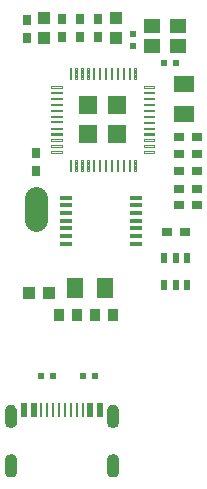
<source format=gbr>
G04 EAGLE Gerber RS-274X export*
G75*
%MOMM*%
%FSLAX34Y34*%
%LPD*%
%INSolderpaste Top*%
%IPPOS*%
%AMOC8*
5,1,8,0,0,1.08239X$1,22.5*%
G01*
%ADD10R,0.900000X1.000000*%
%ADD11R,0.600000X0.900000*%
%ADD12R,1.000000X1.100000*%
%ADD13R,1.100000X1.000000*%
%ADD14R,1.500000X1.500000*%
%ADD15C,0.115000*%
%ADD16R,0.990600X0.304800*%
%ADD17R,1.400000X1.200000*%
%ADD18R,0.800000X0.900000*%
%ADD19R,1.400000X1.800000*%
%ADD20R,0.900000X0.800000*%
%ADD21R,0.600000X0.600000*%
%ADD22R,1.800000X1.400000*%
%ADD23C,1.930400*%
%ADD24R,0.575000X1.150000*%
%ADD25R,0.275000X1.150000*%

G36*
X249047Y-9276D02*
X249047Y-9276D01*
X249048Y-9276D01*
X250121Y-9155D01*
X250122Y-9154D01*
X250123Y-9155D01*
X251143Y-8798D01*
X251143Y-8797D01*
X251144Y-8797D01*
X252059Y-8222D01*
X252060Y-8222D01*
X252824Y-7458D01*
X252824Y-7457D01*
X253399Y-6542D01*
X253399Y-6541D01*
X253400Y-6541D01*
X253757Y-5521D01*
X253756Y-5520D01*
X253757Y-5519D01*
X253757Y-5517D01*
X253758Y-5512D01*
X253758Y-5507D01*
X253759Y-5502D01*
X253760Y-5497D01*
X253760Y-5492D01*
X253761Y-5487D01*
X253761Y-5482D01*
X253762Y-5477D01*
X253768Y-5422D01*
X253769Y-5417D01*
X253769Y-5412D01*
X253770Y-5407D01*
X253770Y-5402D01*
X253771Y-5397D01*
X253771Y-5392D01*
X253772Y-5387D01*
X253772Y-5382D01*
X253773Y-5382D01*
X253772Y-5382D01*
X253773Y-5377D01*
X253774Y-5372D01*
X253774Y-5367D01*
X253775Y-5362D01*
X253775Y-5357D01*
X253776Y-5352D01*
X253776Y-5347D01*
X253777Y-5342D01*
X253778Y-5337D01*
X253778Y-5332D01*
X253779Y-5327D01*
X253779Y-5322D01*
X253780Y-5317D01*
X253780Y-5312D01*
X253781Y-5307D01*
X253781Y-5302D01*
X253782Y-5302D01*
X253782Y-5297D01*
X253788Y-5242D01*
X253789Y-5237D01*
X253789Y-5232D01*
X253790Y-5227D01*
X253791Y-5222D01*
X253791Y-5217D01*
X253792Y-5212D01*
X253792Y-5207D01*
X253793Y-5202D01*
X253793Y-5197D01*
X253794Y-5192D01*
X253794Y-5187D01*
X253795Y-5182D01*
X253796Y-5177D01*
X253796Y-5172D01*
X253797Y-5167D01*
X253797Y-5162D01*
X253798Y-5157D01*
X253798Y-5152D01*
X253799Y-5147D01*
X253800Y-5142D01*
X253800Y-5137D01*
X253801Y-5132D01*
X253801Y-5127D01*
X253802Y-5122D01*
X253808Y-5067D01*
X253809Y-5062D01*
X253809Y-5057D01*
X253810Y-5052D01*
X253810Y-5047D01*
X253811Y-5042D01*
X253811Y-5037D01*
X253812Y-5032D01*
X253812Y-5027D01*
X253813Y-5027D01*
X253812Y-5027D01*
X253813Y-5022D01*
X253814Y-5017D01*
X253814Y-5012D01*
X253815Y-5007D01*
X253815Y-5002D01*
X253816Y-4997D01*
X253816Y-4992D01*
X253817Y-4987D01*
X253818Y-4982D01*
X253818Y-4977D01*
X253819Y-4972D01*
X253819Y-4967D01*
X253820Y-4962D01*
X253820Y-4957D01*
X253821Y-4952D01*
X253821Y-4947D01*
X253822Y-4947D01*
X253822Y-4942D01*
X253828Y-4887D01*
X253829Y-4882D01*
X253829Y-4877D01*
X253830Y-4872D01*
X253831Y-4867D01*
X253831Y-4862D01*
X253832Y-4857D01*
X253832Y-4852D01*
X253833Y-4847D01*
X253833Y-4842D01*
X253834Y-4837D01*
X253834Y-4832D01*
X253835Y-4827D01*
X253836Y-4822D01*
X253836Y-4817D01*
X253837Y-4812D01*
X253837Y-4807D01*
X253838Y-4802D01*
X253838Y-4797D01*
X253839Y-4792D01*
X253840Y-4787D01*
X253840Y-4782D01*
X253841Y-4777D01*
X253841Y-4772D01*
X253842Y-4767D01*
X253848Y-4712D01*
X253849Y-4707D01*
X253849Y-4702D01*
X253850Y-4697D01*
X253850Y-4692D01*
X253851Y-4687D01*
X253851Y-4682D01*
X253852Y-4677D01*
X253852Y-4672D01*
X253853Y-4672D01*
X253852Y-4672D01*
X253853Y-4667D01*
X253854Y-4662D01*
X253854Y-4657D01*
X253855Y-4652D01*
X253855Y-4647D01*
X253856Y-4642D01*
X253856Y-4637D01*
X253857Y-4632D01*
X253858Y-4627D01*
X253858Y-4622D01*
X253859Y-4617D01*
X253859Y-4612D01*
X253860Y-4607D01*
X253860Y-4602D01*
X253861Y-4597D01*
X253861Y-4592D01*
X253862Y-4592D01*
X253862Y-4587D01*
X253868Y-4532D01*
X253869Y-4527D01*
X253869Y-4522D01*
X253870Y-4517D01*
X253871Y-4512D01*
X253871Y-4507D01*
X253872Y-4502D01*
X253872Y-4497D01*
X253873Y-4492D01*
X253873Y-4487D01*
X253874Y-4482D01*
X253874Y-4477D01*
X253875Y-4472D01*
X253876Y-4467D01*
X253876Y-4462D01*
X253877Y-4457D01*
X253877Y-4452D01*
X253878Y-4447D01*
X253878Y-4446D01*
X253878Y-4445D01*
X253878Y5715D01*
X253878Y5716D01*
X253757Y6789D01*
X253756Y6790D01*
X253757Y6791D01*
X253400Y7811D01*
X253399Y7811D01*
X253399Y7812D01*
X252824Y8727D01*
X252824Y8728D01*
X252060Y9492D01*
X252059Y9492D01*
X251144Y10067D01*
X251143Y10067D01*
X251143Y10068D01*
X250123Y10425D01*
X250122Y10424D01*
X250121Y10425D01*
X249048Y10546D01*
X249047Y10546D01*
X249046Y10546D01*
X248974Y10538D01*
X248930Y10533D01*
X248886Y10528D01*
X248842Y10523D01*
X248313Y10463D01*
X248269Y10458D01*
X248224Y10453D01*
X248180Y10448D01*
X247916Y10419D01*
X247916Y10418D01*
X247915Y10418D01*
X246841Y10043D01*
X246841Y10042D01*
X246840Y10042D01*
X245877Y9437D01*
X245877Y9436D01*
X245876Y9436D01*
X245072Y8632D01*
X245072Y8631D01*
X245071Y8631D01*
X244466Y7668D01*
X244466Y7667D01*
X244465Y7667D01*
X244090Y6593D01*
X244090Y6592D01*
X244089Y6592D01*
X244088Y6583D01*
X244088Y6578D01*
X244087Y6573D01*
X244087Y6568D01*
X244086Y6563D01*
X244086Y6558D01*
X244085Y6553D01*
X244085Y6549D01*
X244085Y6548D01*
X244082Y6524D01*
X244081Y6519D01*
X244081Y6514D01*
X244080Y6509D01*
X244080Y6504D01*
X244079Y6504D01*
X244080Y6504D01*
X244079Y6499D01*
X244078Y6494D01*
X244078Y6489D01*
X244075Y6464D01*
X244074Y6459D01*
X244074Y6454D01*
X244073Y6449D01*
X244073Y6444D01*
X244072Y6439D01*
X244072Y6434D01*
X244071Y6429D01*
X244068Y6404D01*
X244068Y6399D01*
X244067Y6394D01*
X244067Y6390D01*
X244067Y6389D01*
X244066Y6385D01*
X244066Y6384D01*
X244066Y6380D01*
X244065Y6380D01*
X244066Y6380D01*
X244065Y6375D01*
X244064Y6370D01*
X244062Y6345D01*
X244061Y6340D01*
X244060Y6335D01*
X244060Y6330D01*
X244059Y6325D01*
X244059Y6320D01*
X244058Y6315D01*
X244058Y6310D01*
X244055Y6290D01*
X244055Y6285D01*
X244054Y6280D01*
X244054Y6275D01*
X244053Y6270D01*
X244053Y6265D01*
X244052Y6260D01*
X244052Y6255D01*
X244051Y6255D01*
X244052Y6255D01*
X244051Y6250D01*
X244049Y6231D01*
X244049Y6230D01*
X244048Y6226D01*
X244048Y6225D01*
X244048Y6221D01*
X244047Y6216D01*
X244046Y6211D01*
X244046Y6206D01*
X244045Y6201D01*
X244045Y6196D01*
X244044Y6191D01*
X244042Y6171D01*
X244041Y6166D01*
X244041Y6161D01*
X244040Y6156D01*
X244040Y6151D01*
X244039Y6146D01*
X244039Y6141D01*
X244038Y6136D01*
X244038Y6131D01*
X244037Y6131D01*
X244038Y6131D01*
X244035Y6111D01*
X244035Y6106D01*
X244034Y6101D01*
X244034Y6096D01*
X244033Y6091D01*
X244032Y6086D01*
X244032Y6081D01*
X244031Y6076D01*
X244031Y6072D01*
X244031Y6071D01*
X244029Y6052D01*
X244028Y6047D01*
X244027Y6042D01*
X244027Y6037D01*
X244026Y6032D01*
X244026Y6027D01*
X244025Y6022D01*
X244025Y6017D01*
X244024Y6012D01*
X244022Y5992D01*
X244021Y5987D01*
X244021Y5982D01*
X244020Y5977D01*
X244020Y5972D01*
X244019Y5967D01*
X244018Y5962D01*
X244018Y5957D01*
X244017Y5952D01*
X244015Y5932D01*
X244015Y5927D01*
X244014Y5922D01*
X244013Y5917D01*
X244013Y5913D01*
X244013Y5912D01*
X244012Y5908D01*
X244012Y5907D01*
X244012Y5903D01*
X244011Y5898D01*
X244011Y5893D01*
X244008Y5873D01*
X244008Y5868D01*
X244007Y5863D01*
X244007Y5858D01*
X244006Y5853D01*
X244006Y5848D01*
X244005Y5843D01*
X244004Y5838D01*
X244004Y5833D01*
X244002Y5813D01*
X244001Y5808D01*
X244001Y5803D01*
X244000Y5798D01*
X243999Y5793D01*
X243999Y5788D01*
X243998Y5783D01*
X243998Y5778D01*
X243997Y5773D01*
X243995Y5754D01*
X243995Y5753D01*
X243994Y5749D01*
X243994Y5748D01*
X243994Y5744D01*
X243993Y5739D01*
X243993Y5734D01*
X243992Y5729D01*
X243992Y5724D01*
X243991Y5719D01*
X243990Y5714D01*
X243988Y5694D01*
X243988Y5689D01*
X243987Y5684D01*
X243987Y5679D01*
X243986Y5674D01*
X243985Y5669D01*
X243985Y5664D01*
X243984Y5659D01*
X243982Y5634D01*
X243981Y5629D01*
X243980Y5624D01*
X243980Y5619D01*
X243979Y5614D01*
X243979Y5609D01*
X243978Y5604D01*
X243978Y5599D01*
X243975Y5575D01*
X243974Y5570D01*
X243974Y5565D01*
X243973Y5560D01*
X243973Y5555D01*
X243972Y5550D01*
X243971Y5545D01*
X243971Y5540D01*
X243968Y5515D01*
X243968Y5510D01*
X243967Y5505D01*
X243966Y5500D01*
X243966Y5495D01*
X243965Y5490D01*
X243965Y5485D01*
X243964Y5480D01*
X243962Y5462D01*
X243962Y5461D01*
X243962Y-4191D01*
X243962Y-4192D01*
X244089Y-5322D01*
X244090Y-5322D01*
X244090Y-5323D01*
X244465Y-6397D01*
X244466Y-6397D01*
X244466Y-6398D01*
X245071Y-7361D01*
X245072Y-7361D01*
X245072Y-7362D01*
X245876Y-8166D01*
X245877Y-8166D01*
X245877Y-8167D01*
X246840Y-8772D01*
X246841Y-8772D01*
X246841Y-8773D01*
X247915Y-9148D01*
X247916Y-9148D01*
X247916Y-9149D01*
X249046Y-9276D01*
X249047Y-9276D01*
X249047Y-9276D01*
G37*
G36*
X335407Y-9276D02*
X335407Y-9276D01*
X335408Y-9276D01*
X336481Y-9155D01*
X336482Y-9154D01*
X336483Y-9155D01*
X337503Y-8798D01*
X337503Y-8797D01*
X337504Y-8797D01*
X338419Y-8222D01*
X338420Y-8222D01*
X339184Y-7458D01*
X339184Y-7457D01*
X339759Y-6542D01*
X339759Y-6541D01*
X339760Y-6541D01*
X340117Y-5521D01*
X340116Y-5520D01*
X340117Y-5519D01*
X340117Y-5517D01*
X340118Y-5512D01*
X340118Y-5507D01*
X340119Y-5502D01*
X340120Y-5497D01*
X340120Y-5492D01*
X340121Y-5487D01*
X340121Y-5482D01*
X340122Y-5477D01*
X340128Y-5422D01*
X340129Y-5417D01*
X340129Y-5412D01*
X340130Y-5407D01*
X340130Y-5402D01*
X340131Y-5397D01*
X340131Y-5392D01*
X340132Y-5387D01*
X340132Y-5382D01*
X340133Y-5382D01*
X340132Y-5382D01*
X340133Y-5377D01*
X340134Y-5372D01*
X340134Y-5367D01*
X340135Y-5362D01*
X340135Y-5357D01*
X340136Y-5352D01*
X340136Y-5347D01*
X340137Y-5342D01*
X340138Y-5337D01*
X340138Y-5332D01*
X340139Y-5327D01*
X340139Y-5322D01*
X340140Y-5317D01*
X340140Y-5312D01*
X340141Y-5307D01*
X340141Y-5302D01*
X340142Y-5302D01*
X340142Y-5297D01*
X340148Y-5242D01*
X340149Y-5237D01*
X340149Y-5232D01*
X340150Y-5227D01*
X340151Y-5222D01*
X340151Y-5217D01*
X340152Y-5212D01*
X340152Y-5207D01*
X340153Y-5202D01*
X340153Y-5197D01*
X340154Y-5192D01*
X340154Y-5187D01*
X340155Y-5182D01*
X340156Y-5177D01*
X340156Y-5172D01*
X340157Y-5167D01*
X340157Y-5162D01*
X340158Y-5157D01*
X340158Y-5152D01*
X340159Y-5147D01*
X340160Y-5142D01*
X340160Y-5137D01*
X340161Y-5132D01*
X340161Y-5127D01*
X340162Y-5122D01*
X340168Y-5067D01*
X340169Y-5062D01*
X340169Y-5057D01*
X340170Y-5052D01*
X340170Y-5047D01*
X340171Y-5042D01*
X340171Y-5037D01*
X340172Y-5032D01*
X340172Y-5027D01*
X340173Y-5027D01*
X340172Y-5027D01*
X340173Y-5022D01*
X340174Y-5017D01*
X340174Y-5012D01*
X340175Y-5007D01*
X340175Y-5002D01*
X340176Y-4997D01*
X340176Y-4992D01*
X340177Y-4987D01*
X340178Y-4982D01*
X340178Y-4977D01*
X340179Y-4972D01*
X340179Y-4967D01*
X340180Y-4962D01*
X340180Y-4957D01*
X340181Y-4952D01*
X340181Y-4947D01*
X340182Y-4947D01*
X340182Y-4942D01*
X340188Y-4887D01*
X340189Y-4882D01*
X340189Y-4877D01*
X340190Y-4872D01*
X340191Y-4867D01*
X340191Y-4862D01*
X340192Y-4857D01*
X340192Y-4852D01*
X340193Y-4847D01*
X340193Y-4842D01*
X340194Y-4837D01*
X340194Y-4832D01*
X340195Y-4827D01*
X340196Y-4822D01*
X340196Y-4817D01*
X340197Y-4812D01*
X340197Y-4807D01*
X340198Y-4802D01*
X340198Y-4797D01*
X340199Y-4792D01*
X340200Y-4787D01*
X340200Y-4782D01*
X340201Y-4777D01*
X340201Y-4772D01*
X340202Y-4767D01*
X340208Y-4712D01*
X340209Y-4707D01*
X340209Y-4702D01*
X340210Y-4697D01*
X340210Y-4692D01*
X340211Y-4687D01*
X340211Y-4682D01*
X340212Y-4677D01*
X340212Y-4672D01*
X340213Y-4672D01*
X340212Y-4672D01*
X340213Y-4667D01*
X340214Y-4662D01*
X340214Y-4657D01*
X340215Y-4652D01*
X340215Y-4647D01*
X340216Y-4642D01*
X340216Y-4637D01*
X340217Y-4632D01*
X340218Y-4627D01*
X340218Y-4622D01*
X340219Y-4617D01*
X340219Y-4612D01*
X340220Y-4607D01*
X340220Y-4602D01*
X340221Y-4597D01*
X340221Y-4592D01*
X340222Y-4592D01*
X340222Y-4587D01*
X340228Y-4532D01*
X340229Y-4527D01*
X340229Y-4522D01*
X340230Y-4517D01*
X340231Y-4512D01*
X340231Y-4507D01*
X340232Y-4502D01*
X340232Y-4497D01*
X340233Y-4492D01*
X340233Y-4487D01*
X340234Y-4482D01*
X340234Y-4477D01*
X340235Y-4472D01*
X340236Y-4467D01*
X340236Y-4462D01*
X340237Y-4457D01*
X340237Y-4452D01*
X340238Y-4447D01*
X340238Y-4446D01*
X340238Y-4445D01*
X340238Y5715D01*
X340238Y5716D01*
X340117Y6789D01*
X340116Y6790D01*
X340117Y6791D01*
X339760Y7811D01*
X339759Y7811D01*
X339759Y7812D01*
X339184Y8727D01*
X339184Y8728D01*
X338420Y9492D01*
X338419Y9492D01*
X337504Y10067D01*
X337503Y10067D01*
X337503Y10068D01*
X336483Y10425D01*
X336482Y10424D01*
X336481Y10425D01*
X335408Y10546D01*
X335407Y10546D01*
X335406Y10546D01*
X335334Y10538D01*
X335290Y10533D01*
X335246Y10528D01*
X335202Y10523D01*
X334673Y10463D01*
X334629Y10458D01*
X334584Y10453D01*
X334540Y10448D01*
X334276Y10419D01*
X334276Y10418D01*
X334275Y10418D01*
X333201Y10043D01*
X333201Y10042D01*
X333200Y10042D01*
X332237Y9437D01*
X332237Y9436D01*
X332236Y9436D01*
X331432Y8632D01*
X331432Y8631D01*
X331431Y8631D01*
X330826Y7668D01*
X330826Y7667D01*
X330825Y7667D01*
X330450Y6593D01*
X330450Y6592D01*
X330449Y6592D01*
X330448Y6583D01*
X330448Y6578D01*
X330447Y6573D01*
X330447Y6568D01*
X330446Y6563D01*
X330446Y6558D01*
X330445Y6553D01*
X330445Y6549D01*
X330445Y6548D01*
X330442Y6524D01*
X330441Y6519D01*
X330441Y6514D01*
X330440Y6509D01*
X330440Y6504D01*
X330439Y6504D01*
X330440Y6504D01*
X330439Y6499D01*
X330438Y6494D01*
X330438Y6489D01*
X330435Y6464D01*
X330434Y6459D01*
X330434Y6454D01*
X330433Y6449D01*
X330433Y6444D01*
X330432Y6439D01*
X330432Y6434D01*
X330431Y6429D01*
X330428Y6404D01*
X330428Y6399D01*
X330427Y6394D01*
X330427Y6390D01*
X330427Y6389D01*
X330426Y6385D01*
X330426Y6384D01*
X330426Y6380D01*
X330425Y6380D01*
X330426Y6380D01*
X330425Y6375D01*
X330424Y6370D01*
X330422Y6345D01*
X330421Y6340D01*
X330420Y6335D01*
X330420Y6330D01*
X330419Y6325D01*
X330419Y6320D01*
X330418Y6315D01*
X330418Y6310D01*
X330415Y6290D01*
X330415Y6285D01*
X330414Y6280D01*
X330414Y6275D01*
X330413Y6270D01*
X330413Y6265D01*
X330412Y6260D01*
X330412Y6255D01*
X330411Y6255D01*
X330412Y6255D01*
X330411Y6250D01*
X330409Y6231D01*
X330409Y6230D01*
X330408Y6226D01*
X330408Y6225D01*
X330408Y6221D01*
X330407Y6216D01*
X330406Y6211D01*
X330406Y6206D01*
X330405Y6201D01*
X330405Y6196D01*
X330404Y6191D01*
X330402Y6171D01*
X330401Y6166D01*
X330401Y6161D01*
X330400Y6156D01*
X330400Y6151D01*
X330399Y6146D01*
X330399Y6141D01*
X330398Y6136D01*
X330398Y6131D01*
X330397Y6131D01*
X330398Y6131D01*
X330395Y6111D01*
X330395Y6106D01*
X330394Y6101D01*
X330394Y6096D01*
X330393Y6091D01*
X330392Y6086D01*
X330392Y6081D01*
X330391Y6076D01*
X330391Y6072D01*
X330391Y6071D01*
X330389Y6052D01*
X330388Y6047D01*
X330387Y6042D01*
X330387Y6037D01*
X330386Y6032D01*
X330386Y6027D01*
X330385Y6022D01*
X330385Y6017D01*
X330384Y6012D01*
X330382Y5992D01*
X330381Y5987D01*
X330381Y5982D01*
X330380Y5977D01*
X330380Y5972D01*
X330379Y5967D01*
X330378Y5962D01*
X330378Y5957D01*
X330377Y5952D01*
X330375Y5932D01*
X330375Y5927D01*
X330374Y5922D01*
X330373Y5917D01*
X330373Y5913D01*
X330373Y5912D01*
X330372Y5908D01*
X330372Y5907D01*
X330372Y5903D01*
X330371Y5898D01*
X330371Y5893D01*
X330368Y5873D01*
X330368Y5868D01*
X330367Y5863D01*
X330367Y5858D01*
X330366Y5853D01*
X330366Y5848D01*
X330365Y5843D01*
X330364Y5838D01*
X330364Y5833D01*
X330362Y5813D01*
X330361Y5808D01*
X330361Y5803D01*
X330360Y5798D01*
X330359Y5793D01*
X330359Y5788D01*
X330358Y5783D01*
X330358Y5778D01*
X330357Y5773D01*
X330355Y5754D01*
X330355Y5753D01*
X330354Y5749D01*
X330354Y5748D01*
X330354Y5744D01*
X330353Y5739D01*
X330353Y5734D01*
X330352Y5729D01*
X330352Y5724D01*
X330351Y5719D01*
X330350Y5714D01*
X330348Y5694D01*
X330348Y5689D01*
X330347Y5684D01*
X330347Y5679D01*
X330346Y5674D01*
X330345Y5669D01*
X330345Y5664D01*
X330344Y5659D01*
X330342Y5634D01*
X330341Y5629D01*
X330340Y5624D01*
X330340Y5619D01*
X330339Y5614D01*
X330339Y5609D01*
X330338Y5604D01*
X330338Y5599D01*
X330335Y5575D01*
X330334Y5570D01*
X330334Y5565D01*
X330333Y5560D01*
X330333Y5555D01*
X330332Y5550D01*
X330331Y5545D01*
X330331Y5540D01*
X330328Y5515D01*
X330328Y5510D01*
X330327Y5505D01*
X330326Y5500D01*
X330326Y5495D01*
X330325Y5490D01*
X330325Y5485D01*
X330324Y5480D01*
X330322Y5462D01*
X330322Y5461D01*
X330322Y-4191D01*
X330322Y-4192D01*
X330449Y-5322D01*
X330450Y-5322D01*
X330450Y-5323D01*
X330825Y-6397D01*
X330826Y-6397D01*
X330826Y-6398D01*
X331431Y-7361D01*
X331432Y-7361D01*
X331432Y-7362D01*
X332236Y-8166D01*
X332237Y-8166D01*
X332237Y-8167D01*
X333200Y-8772D01*
X333201Y-8772D01*
X333201Y-8773D01*
X334275Y-9148D01*
X334276Y-9148D01*
X334276Y-9149D01*
X335406Y-9276D01*
X335407Y-9276D01*
X335407Y-9276D01*
G37*
G36*
X336481Y32755D02*
X336481Y32755D01*
X336482Y32756D01*
X336483Y32755D01*
X337503Y33112D01*
X337503Y33113D01*
X337504Y33113D01*
X338419Y33688D01*
X338420Y33688D01*
X339184Y34453D01*
X339759Y35368D01*
X339759Y35369D01*
X339760Y35369D01*
X340117Y36389D01*
X340117Y36390D01*
X340116Y36390D01*
X340117Y36391D01*
X340117Y36395D01*
X340118Y36400D01*
X340119Y36405D01*
X340121Y36425D01*
X340121Y36429D01*
X340121Y36430D01*
X340122Y36434D01*
X340122Y36435D01*
X340122Y36439D01*
X340123Y36444D01*
X340124Y36449D01*
X340124Y36454D01*
X340125Y36459D01*
X340125Y36464D01*
X340127Y36484D01*
X340128Y36484D01*
X340128Y36489D01*
X340129Y36494D01*
X340129Y36499D01*
X340130Y36504D01*
X340130Y36509D01*
X340131Y36514D01*
X340131Y36519D01*
X340132Y36524D01*
X340134Y36544D01*
X340135Y36549D01*
X340135Y36554D01*
X340136Y36559D01*
X340136Y36564D01*
X340137Y36569D01*
X340138Y36574D01*
X340138Y36579D01*
X340141Y36603D01*
X340141Y36608D01*
X340142Y36608D01*
X340141Y36608D01*
X340142Y36613D01*
X340143Y36618D01*
X340143Y36623D01*
X340144Y36628D01*
X340144Y36633D01*
X340145Y36638D01*
X340148Y36663D01*
X340148Y36668D01*
X340149Y36673D01*
X340149Y36678D01*
X340150Y36683D01*
X340150Y36688D01*
X340151Y36693D01*
X340152Y36698D01*
X340154Y36718D01*
X340154Y36723D01*
X340155Y36728D01*
X340155Y36733D01*
X340156Y36733D01*
X340155Y36733D01*
X340156Y36738D01*
X340157Y36743D01*
X340157Y36747D01*
X340157Y36748D01*
X340158Y36752D01*
X340158Y36753D01*
X340158Y36757D01*
X340161Y36777D01*
X340161Y36782D01*
X340162Y36787D01*
X340162Y36792D01*
X340163Y36797D01*
X340163Y36802D01*
X340164Y36807D01*
X340164Y36812D01*
X340165Y36817D01*
X340167Y36837D01*
X340168Y36842D01*
X340168Y36847D01*
X340169Y36852D01*
X340169Y36857D01*
X340170Y36857D01*
X340169Y36857D01*
X340170Y36862D01*
X340171Y36867D01*
X340171Y36872D01*
X340172Y36877D01*
X340174Y36897D01*
X340175Y36902D01*
X340175Y36906D01*
X340175Y36907D01*
X340176Y36911D01*
X340176Y36912D01*
X340176Y36916D01*
X340177Y36921D01*
X340177Y36926D01*
X340178Y36931D01*
X340181Y36956D01*
X340181Y36961D01*
X340182Y36966D01*
X340182Y36971D01*
X340183Y36976D01*
X340183Y36981D01*
X340184Y36981D01*
X340183Y36981D01*
X340184Y36986D01*
X340185Y36991D01*
X340187Y37016D01*
X340188Y37021D01*
X340189Y37026D01*
X340189Y37031D01*
X340190Y37036D01*
X340190Y37041D01*
X340191Y37046D01*
X340191Y37051D01*
X340194Y37070D01*
X340194Y37071D01*
X340194Y37075D01*
X340195Y37080D01*
X340195Y37085D01*
X340196Y37090D01*
X340196Y37095D01*
X340197Y37100D01*
X340197Y37105D01*
X340198Y37105D01*
X340197Y37105D01*
X340198Y37110D01*
X340200Y37130D01*
X340201Y37135D01*
X340201Y37140D01*
X340202Y37145D01*
X340203Y37150D01*
X340203Y37155D01*
X340204Y37160D01*
X340204Y37165D01*
X340205Y37170D01*
X340207Y37190D01*
X340208Y37195D01*
X340208Y37200D01*
X340209Y37205D01*
X340209Y37210D01*
X340210Y37215D01*
X340210Y37220D01*
X340211Y37224D01*
X340211Y37225D01*
X340211Y37229D01*
X340212Y37229D01*
X340211Y37230D01*
X340214Y37249D01*
X340214Y37254D01*
X340215Y37259D01*
X340215Y37264D01*
X340216Y37269D01*
X340217Y37274D01*
X340217Y37279D01*
X340218Y37284D01*
X340220Y37309D01*
X340221Y37314D01*
X340222Y37319D01*
X340222Y37324D01*
X340223Y37329D01*
X340223Y37334D01*
X340224Y37339D01*
X340224Y37344D01*
X340227Y37369D01*
X340228Y37374D01*
X340228Y37379D01*
X340229Y37383D01*
X340229Y37384D01*
X340229Y37388D01*
X340229Y37389D01*
X340230Y37393D01*
X340231Y37398D01*
X340231Y37403D01*
X340233Y37423D01*
X340234Y37428D01*
X340234Y37433D01*
X340235Y37438D01*
X340236Y37443D01*
X340236Y37448D01*
X340237Y37453D01*
X340237Y37458D01*
X340238Y37463D01*
X340238Y37464D01*
X340238Y37465D01*
X340238Y47625D01*
X340238Y47626D01*
X340117Y48699D01*
X340116Y48700D01*
X340117Y48701D01*
X339760Y49721D01*
X339759Y49721D01*
X339759Y49722D01*
X339184Y50637D01*
X339184Y50638D01*
X338420Y51402D01*
X338419Y51402D01*
X337504Y51977D01*
X337503Y51977D01*
X337503Y51978D01*
X336483Y52335D01*
X336482Y52334D01*
X336481Y52335D01*
X335408Y52456D01*
X335407Y52456D01*
X335406Y52456D01*
X335040Y52415D01*
X334996Y52410D01*
X334952Y52405D01*
X334908Y52400D01*
X334378Y52340D01*
X334334Y52335D01*
X334290Y52330D01*
X334276Y52329D01*
X334276Y52328D01*
X334275Y52328D01*
X333201Y51953D01*
X333201Y51952D01*
X333200Y51952D01*
X332237Y51347D01*
X332237Y51346D01*
X332236Y51346D01*
X331432Y50542D01*
X331432Y50541D01*
X331431Y50541D01*
X330826Y49578D01*
X330826Y49577D01*
X330825Y49577D01*
X330450Y48503D01*
X330450Y48502D01*
X330449Y48502D01*
X330448Y48490D01*
X330448Y48485D01*
X330447Y48480D01*
X330446Y48475D01*
X330446Y48470D01*
X330445Y48465D01*
X330445Y48460D01*
X330444Y48455D01*
X330444Y48450D01*
X330441Y48430D01*
X330441Y48425D01*
X330440Y48420D01*
X330440Y48415D01*
X330439Y48410D01*
X330439Y48405D01*
X330438Y48401D01*
X330438Y48400D01*
X330437Y48396D01*
X330437Y48395D01*
X330437Y48391D01*
X330435Y48371D01*
X330434Y48366D01*
X330434Y48361D01*
X330433Y48356D01*
X330432Y48351D01*
X330432Y48346D01*
X330431Y48341D01*
X330431Y48336D01*
X330430Y48331D01*
X330428Y48311D01*
X330427Y48306D01*
X330427Y48301D01*
X330426Y48296D01*
X330426Y48291D01*
X330425Y48286D01*
X330425Y48281D01*
X330424Y48276D01*
X330423Y48271D01*
X330421Y48251D01*
X330421Y48246D01*
X330420Y48242D01*
X330420Y48241D01*
X330420Y48237D01*
X330420Y48236D01*
X330419Y48232D01*
X330418Y48227D01*
X330418Y48222D01*
X330417Y48217D01*
X330417Y48212D01*
X330415Y48192D01*
X330414Y48192D01*
X330414Y48187D01*
X330413Y48182D01*
X330413Y48177D01*
X330412Y48172D01*
X330412Y48167D01*
X330411Y48162D01*
X330411Y48157D01*
X330410Y48152D01*
X330408Y48132D01*
X330407Y48127D01*
X330407Y48122D01*
X330406Y48117D01*
X330406Y48112D01*
X330405Y48107D01*
X330404Y48102D01*
X330404Y48097D01*
X330403Y48092D01*
X330401Y48073D01*
X330401Y48068D01*
X330400Y48068D01*
X330401Y48068D01*
X330400Y48063D01*
X330399Y48058D01*
X330399Y48053D01*
X330398Y48048D01*
X330398Y48043D01*
X330397Y48038D01*
X330397Y48033D01*
X330394Y48013D01*
X330394Y48008D01*
X330393Y48003D01*
X330393Y47998D01*
X330392Y47993D01*
X330392Y47988D01*
X330391Y47983D01*
X330390Y47978D01*
X330390Y47973D01*
X330388Y47953D01*
X330387Y47948D01*
X330387Y47943D01*
X330386Y47943D01*
X330387Y47943D01*
X330386Y47938D01*
X330385Y47933D01*
X330385Y47928D01*
X330384Y47924D01*
X330384Y47923D01*
X330384Y47919D01*
X330384Y47918D01*
X330383Y47914D01*
X330381Y47894D01*
X330380Y47889D01*
X330380Y47884D01*
X330379Y47879D01*
X330379Y47874D01*
X330378Y47869D01*
X330378Y47864D01*
X330377Y47859D01*
X330374Y47834D01*
X330374Y47829D01*
X330373Y47824D01*
X330373Y47819D01*
X330372Y47819D01*
X330373Y47819D01*
X330372Y47814D01*
X330371Y47809D01*
X330371Y47804D01*
X330370Y47799D01*
X330367Y47774D01*
X330367Y47769D01*
X330366Y47765D01*
X330366Y47764D01*
X330366Y47760D01*
X330366Y47759D01*
X330365Y47755D01*
X330365Y47750D01*
X330364Y47745D01*
X330364Y47740D01*
X330361Y47715D01*
X330360Y47710D01*
X330360Y47705D01*
X330359Y47700D01*
X330359Y47695D01*
X330358Y47695D01*
X330359Y47695D01*
X330358Y47690D01*
X330357Y47685D01*
X330357Y47680D01*
X330354Y47655D01*
X330353Y47650D01*
X330353Y47645D01*
X330352Y47640D01*
X330352Y47635D01*
X330351Y47630D01*
X330351Y47625D01*
X330350Y47620D01*
X330347Y47596D01*
X330347Y47591D01*
X330346Y47586D01*
X330346Y47581D01*
X330345Y47576D01*
X330345Y47571D01*
X330344Y47571D01*
X330345Y47571D01*
X330344Y47566D01*
X330343Y47561D01*
X330341Y47541D01*
X330341Y47536D01*
X330340Y47531D01*
X330339Y47526D01*
X330339Y47521D01*
X330338Y47516D01*
X330338Y47511D01*
X330337Y47506D01*
X330337Y47501D01*
X330334Y47481D01*
X330334Y47476D01*
X330333Y47471D01*
X330333Y47466D01*
X330332Y47461D01*
X330332Y47456D01*
X330331Y47451D01*
X330331Y47447D01*
X330330Y47446D01*
X330331Y47446D01*
X330330Y47442D01*
X330330Y47441D01*
X330328Y47422D01*
X330327Y47417D01*
X330327Y47412D01*
X330326Y47407D01*
X330325Y47402D01*
X330325Y47397D01*
X330324Y47392D01*
X330324Y47387D01*
X330323Y47382D01*
X330322Y47372D01*
X330322Y47371D01*
X330322Y37719D01*
X330322Y37718D01*
X330449Y36588D01*
X330450Y36588D01*
X330450Y36587D01*
X330825Y35513D01*
X330826Y35513D01*
X330826Y35512D01*
X331431Y34549D01*
X331432Y34549D01*
X331432Y34548D01*
X332236Y33744D01*
X332237Y33744D01*
X332237Y33743D01*
X333200Y33138D01*
X333201Y33138D01*
X333201Y33137D01*
X334275Y32762D01*
X334276Y32762D01*
X334276Y32761D01*
X335406Y32634D01*
X335407Y32635D01*
X335408Y32634D01*
X336481Y32755D01*
G37*
G36*
X249994Y32628D02*
X249994Y32628D01*
X249995Y32629D01*
X249996Y32628D01*
X251016Y32985D01*
X251016Y32986D01*
X251017Y32986D01*
X251932Y33561D01*
X251933Y33561D01*
X252697Y34326D01*
X253272Y35241D01*
X253272Y35242D01*
X253273Y35242D01*
X253630Y36262D01*
X253630Y36263D01*
X253629Y36263D01*
X253630Y36264D01*
X253630Y36268D01*
X253631Y36273D01*
X253632Y36278D01*
X253634Y36298D01*
X253634Y36302D01*
X253634Y36303D01*
X253635Y36307D01*
X253635Y36308D01*
X253635Y36312D01*
X253636Y36317D01*
X253637Y36322D01*
X253637Y36327D01*
X253638Y36332D01*
X253638Y36337D01*
X253640Y36357D01*
X253641Y36357D01*
X253641Y36362D01*
X253642Y36367D01*
X253642Y36372D01*
X253643Y36377D01*
X253643Y36382D01*
X253644Y36387D01*
X253644Y36392D01*
X253645Y36397D01*
X253647Y36417D01*
X253648Y36422D01*
X253648Y36427D01*
X253649Y36432D01*
X253649Y36437D01*
X253650Y36442D01*
X253651Y36447D01*
X253651Y36452D01*
X253654Y36476D01*
X253654Y36481D01*
X253655Y36481D01*
X253654Y36481D01*
X253655Y36486D01*
X253656Y36491D01*
X253656Y36496D01*
X253657Y36501D01*
X253657Y36506D01*
X253658Y36511D01*
X253661Y36536D01*
X253661Y36541D01*
X253662Y36546D01*
X253662Y36551D01*
X253663Y36556D01*
X253663Y36561D01*
X253664Y36566D01*
X253665Y36571D01*
X253667Y36591D01*
X253667Y36596D01*
X253668Y36601D01*
X253668Y36606D01*
X253669Y36606D01*
X253668Y36606D01*
X253669Y36611D01*
X253670Y36616D01*
X253670Y36620D01*
X253670Y36621D01*
X253671Y36625D01*
X253671Y36626D01*
X253671Y36630D01*
X253674Y36650D01*
X253674Y36655D01*
X253675Y36660D01*
X253675Y36665D01*
X253676Y36670D01*
X253676Y36675D01*
X253677Y36680D01*
X253677Y36685D01*
X253678Y36690D01*
X253680Y36710D01*
X253681Y36715D01*
X253681Y36720D01*
X253682Y36725D01*
X253682Y36730D01*
X253683Y36730D01*
X253682Y36730D01*
X253683Y36735D01*
X253684Y36740D01*
X253684Y36745D01*
X253685Y36750D01*
X253687Y36770D01*
X253688Y36775D01*
X253688Y36779D01*
X253688Y36780D01*
X253689Y36784D01*
X253689Y36785D01*
X253689Y36789D01*
X253690Y36794D01*
X253690Y36799D01*
X253691Y36804D01*
X253694Y36829D01*
X253694Y36834D01*
X253695Y36839D01*
X253695Y36844D01*
X253696Y36849D01*
X253696Y36854D01*
X253697Y36854D01*
X253696Y36854D01*
X253697Y36859D01*
X253698Y36864D01*
X253700Y36889D01*
X253701Y36894D01*
X253702Y36899D01*
X253702Y36904D01*
X253703Y36909D01*
X253703Y36914D01*
X253704Y36919D01*
X253704Y36924D01*
X253707Y36943D01*
X253707Y36944D01*
X253707Y36948D01*
X253708Y36953D01*
X253708Y36958D01*
X253709Y36963D01*
X253709Y36968D01*
X253710Y36973D01*
X253710Y36978D01*
X253711Y36978D01*
X253710Y36978D01*
X253711Y36983D01*
X253713Y37003D01*
X253714Y37008D01*
X253714Y37013D01*
X253715Y37018D01*
X253716Y37023D01*
X253716Y37028D01*
X253717Y37033D01*
X253717Y37038D01*
X253718Y37043D01*
X253720Y37063D01*
X253721Y37068D01*
X253721Y37073D01*
X253722Y37078D01*
X253722Y37083D01*
X253723Y37088D01*
X253723Y37093D01*
X253724Y37097D01*
X253724Y37098D01*
X253724Y37102D01*
X253725Y37102D01*
X253724Y37103D01*
X253727Y37122D01*
X253727Y37127D01*
X253728Y37132D01*
X253728Y37137D01*
X253729Y37142D01*
X253730Y37147D01*
X253730Y37152D01*
X253731Y37157D01*
X253733Y37182D01*
X253734Y37187D01*
X253735Y37192D01*
X253735Y37197D01*
X253736Y37202D01*
X253736Y37207D01*
X253737Y37212D01*
X253737Y37217D01*
X253740Y37242D01*
X253741Y37247D01*
X253741Y37252D01*
X253742Y37256D01*
X253742Y37257D01*
X253742Y37261D01*
X253742Y37262D01*
X253743Y37266D01*
X253744Y37271D01*
X253744Y37276D01*
X253746Y37296D01*
X253747Y37301D01*
X253747Y37306D01*
X253748Y37311D01*
X253749Y37316D01*
X253749Y37321D01*
X253750Y37326D01*
X253750Y37331D01*
X253751Y37336D01*
X253751Y37337D01*
X253751Y37338D01*
X253751Y47498D01*
X253751Y47499D01*
X253630Y48572D01*
X253629Y48573D01*
X253630Y48574D01*
X253273Y49594D01*
X253272Y49594D01*
X253272Y49595D01*
X252697Y50510D01*
X252697Y50511D01*
X251933Y51275D01*
X251932Y51275D01*
X251017Y51850D01*
X251016Y51850D01*
X251016Y51851D01*
X249996Y52208D01*
X249995Y52207D01*
X249994Y52208D01*
X248921Y52329D01*
X248920Y52329D01*
X248919Y52329D01*
X248553Y52288D01*
X248509Y52283D01*
X248465Y52278D01*
X248421Y52273D01*
X247891Y52213D01*
X247847Y52208D01*
X247803Y52203D01*
X247789Y52202D01*
X247789Y52201D01*
X247788Y52201D01*
X246714Y51826D01*
X246714Y51825D01*
X246713Y51825D01*
X245750Y51220D01*
X245750Y51219D01*
X245749Y51219D01*
X244945Y50415D01*
X244945Y50414D01*
X244944Y50414D01*
X244339Y49451D01*
X244339Y49450D01*
X244338Y49450D01*
X243963Y48376D01*
X243963Y48375D01*
X243962Y48375D01*
X243961Y48363D01*
X243961Y48358D01*
X243960Y48353D01*
X243959Y48348D01*
X243959Y48343D01*
X243958Y48338D01*
X243958Y48333D01*
X243957Y48328D01*
X243957Y48323D01*
X243954Y48303D01*
X243954Y48298D01*
X243953Y48293D01*
X243953Y48288D01*
X243952Y48283D01*
X243952Y48278D01*
X243951Y48274D01*
X243951Y48273D01*
X243950Y48269D01*
X243950Y48268D01*
X243950Y48264D01*
X243948Y48244D01*
X243947Y48239D01*
X243947Y48234D01*
X243946Y48229D01*
X243945Y48224D01*
X243945Y48219D01*
X243944Y48214D01*
X243944Y48209D01*
X243943Y48204D01*
X243941Y48184D01*
X243940Y48179D01*
X243940Y48174D01*
X243939Y48169D01*
X243939Y48164D01*
X243938Y48159D01*
X243938Y48154D01*
X243937Y48149D01*
X243936Y48144D01*
X243934Y48124D01*
X243934Y48119D01*
X243933Y48115D01*
X243933Y48114D01*
X243933Y48110D01*
X243933Y48109D01*
X243932Y48105D01*
X243931Y48100D01*
X243931Y48095D01*
X243930Y48090D01*
X243930Y48085D01*
X243928Y48065D01*
X243927Y48065D01*
X243927Y48060D01*
X243926Y48055D01*
X243926Y48050D01*
X243925Y48045D01*
X243925Y48040D01*
X243924Y48035D01*
X243924Y48030D01*
X243923Y48025D01*
X243921Y48005D01*
X243920Y48000D01*
X243920Y47995D01*
X243919Y47990D01*
X243919Y47985D01*
X243918Y47980D01*
X243917Y47975D01*
X243917Y47970D01*
X243916Y47965D01*
X243914Y47946D01*
X243914Y47941D01*
X243913Y47941D01*
X243914Y47941D01*
X243913Y47936D01*
X243912Y47931D01*
X243912Y47926D01*
X243911Y47921D01*
X243911Y47916D01*
X243910Y47911D01*
X243910Y47906D01*
X243907Y47886D01*
X243907Y47881D01*
X243906Y47876D01*
X243906Y47871D01*
X243905Y47866D01*
X243905Y47861D01*
X243904Y47856D01*
X243903Y47851D01*
X243903Y47846D01*
X243901Y47826D01*
X243900Y47821D01*
X243900Y47816D01*
X243899Y47816D01*
X243900Y47816D01*
X243899Y47811D01*
X243898Y47806D01*
X243898Y47801D01*
X243897Y47797D01*
X243897Y47796D01*
X243897Y47792D01*
X243897Y47791D01*
X243896Y47787D01*
X243894Y47767D01*
X243893Y47762D01*
X243893Y47757D01*
X243892Y47752D01*
X243892Y47747D01*
X243891Y47742D01*
X243891Y47737D01*
X243890Y47732D01*
X243887Y47707D01*
X243887Y47702D01*
X243886Y47697D01*
X243886Y47692D01*
X243885Y47692D01*
X243886Y47692D01*
X243885Y47687D01*
X243884Y47682D01*
X243884Y47677D01*
X243883Y47672D01*
X243880Y47647D01*
X243880Y47642D01*
X243879Y47638D01*
X243879Y47637D01*
X243879Y47633D01*
X243879Y47632D01*
X243878Y47628D01*
X243878Y47623D01*
X243877Y47618D01*
X243877Y47613D01*
X243874Y47588D01*
X243873Y47583D01*
X243873Y47578D01*
X243872Y47573D01*
X243872Y47568D01*
X243871Y47568D01*
X243872Y47568D01*
X243871Y47563D01*
X243870Y47558D01*
X243870Y47553D01*
X243867Y47528D01*
X243866Y47523D01*
X243866Y47518D01*
X243865Y47513D01*
X243865Y47508D01*
X243864Y47503D01*
X243864Y47498D01*
X243863Y47493D01*
X243860Y47469D01*
X243860Y47464D01*
X243859Y47459D01*
X243859Y47454D01*
X243858Y47449D01*
X243858Y47444D01*
X243857Y47444D01*
X243858Y47444D01*
X243857Y47439D01*
X243856Y47434D01*
X243854Y47414D01*
X243854Y47409D01*
X243853Y47404D01*
X243852Y47399D01*
X243852Y47394D01*
X243851Y47389D01*
X243851Y47384D01*
X243850Y47379D01*
X243850Y47374D01*
X243847Y47354D01*
X243847Y47349D01*
X243846Y47344D01*
X243846Y47339D01*
X243845Y47334D01*
X243845Y47329D01*
X243844Y47324D01*
X243844Y47320D01*
X243843Y47319D01*
X243844Y47319D01*
X243843Y47315D01*
X243843Y47314D01*
X243841Y47295D01*
X243840Y47290D01*
X243840Y47285D01*
X243839Y47280D01*
X243838Y47275D01*
X243838Y47270D01*
X243837Y47265D01*
X243837Y47260D01*
X243836Y47255D01*
X243835Y47245D01*
X243835Y47244D01*
X243835Y37592D01*
X243835Y37591D01*
X243962Y36461D01*
X243963Y36461D01*
X243963Y36460D01*
X244338Y35386D01*
X244339Y35386D01*
X244339Y35385D01*
X244944Y34422D01*
X244945Y34422D01*
X244945Y34421D01*
X245749Y33617D01*
X245750Y33617D01*
X245750Y33616D01*
X246713Y33011D01*
X246714Y33011D01*
X246714Y33010D01*
X247788Y32635D01*
X247789Y32635D01*
X247789Y32634D01*
X248919Y32507D01*
X248920Y32508D01*
X248921Y32507D01*
X249994Y32628D01*
G37*
D10*
X319660Y128270D03*
X335660Y128270D03*
X305180Y128270D03*
X289180Y128270D03*
D11*
X397740Y176790D03*
X388240Y176790D03*
X378740Y176790D03*
X378740Y153790D03*
X388240Y153790D03*
X397740Y153790D03*
D12*
X277180Y379340D03*
X277180Y362340D03*
X338140Y379340D03*
X338140Y362340D03*
D13*
X264400Y146540D03*
X281400Y146540D03*
D14*
X339066Y306300D03*
X339066Y281300D03*
X314066Y281300D03*
X314066Y306300D03*
D15*
X353491Y328375D02*
X354641Y328375D01*
X353491Y328375D02*
X353491Y337225D01*
X354641Y337225D01*
X354641Y328375D01*
X354641Y329467D02*
X353491Y329467D01*
X353491Y330559D02*
X354641Y330559D01*
X354641Y331651D02*
X353491Y331651D01*
X353491Y332743D02*
X354641Y332743D01*
X354641Y333835D02*
X353491Y333835D01*
X353491Y334927D02*
X354641Y334927D01*
X354641Y336019D02*
X353491Y336019D01*
X353491Y337111D02*
X354641Y337111D01*
X349641Y328375D02*
X348491Y328375D01*
X348491Y337225D01*
X349641Y337225D01*
X349641Y328375D01*
X349641Y329467D02*
X348491Y329467D01*
X348491Y330559D02*
X349641Y330559D01*
X349641Y331651D02*
X348491Y331651D01*
X348491Y332743D02*
X349641Y332743D01*
X349641Y333835D02*
X348491Y333835D01*
X348491Y334927D02*
X349641Y334927D01*
X349641Y336019D02*
X348491Y336019D01*
X348491Y337111D02*
X349641Y337111D01*
X344641Y328375D02*
X343491Y328375D01*
X343491Y337225D01*
X344641Y337225D01*
X344641Y328375D01*
X344641Y329467D02*
X343491Y329467D01*
X343491Y330559D02*
X344641Y330559D01*
X344641Y331651D02*
X343491Y331651D01*
X343491Y332743D02*
X344641Y332743D01*
X344641Y333835D02*
X343491Y333835D01*
X343491Y334927D02*
X344641Y334927D01*
X344641Y336019D02*
X343491Y336019D01*
X343491Y337111D02*
X344641Y337111D01*
X339641Y328375D02*
X338491Y328375D01*
X338491Y337225D01*
X339641Y337225D01*
X339641Y328375D01*
X339641Y329467D02*
X338491Y329467D01*
X338491Y330559D02*
X339641Y330559D01*
X339641Y331651D02*
X338491Y331651D01*
X338491Y332743D02*
X339641Y332743D01*
X339641Y333835D02*
X338491Y333835D01*
X338491Y334927D02*
X339641Y334927D01*
X339641Y336019D02*
X338491Y336019D01*
X338491Y337111D02*
X339641Y337111D01*
X334641Y328375D02*
X333491Y328375D01*
X333491Y337225D01*
X334641Y337225D01*
X334641Y328375D01*
X334641Y329467D02*
X333491Y329467D01*
X333491Y330559D02*
X334641Y330559D01*
X334641Y331651D02*
X333491Y331651D01*
X333491Y332743D02*
X334641Y332743D01*
X334641Y333835D02*
X333491Y333835D01*
X333491Y334927D02*
X334641Y334927D01*
X334641Y336019D02*
X333491Y336019D01*
X333491Y337111D02*
X334641Y337111D01*
X329641Y328375D02*
X328491Y328375D01*
X328491Y337225D01*
X329641Y337225D01*
X329641Y328375D01*
X329641Y329467D02*
X328491Y329467D01*
X328491Y330559D02*
X329641Y330559D01*
X329641Y331651D02*
X328491Y331651D01*
X328491Y332743D02*
X329641Y332743D01*
X329641Y333835D02*
X328491Y333835D01*
X328491Y334927D02*
X329641Y334927D01*
X329641Y336019D02*
X328491Y336019D01*
X328491Y337111D02*
X329641Y337111D01*
X324641Y328375D02*
X323491Y328375D01*
X323491Y337225D01*
X324641Y337225D01*
X324641Y328375D01*
X324641Y329467D02*
X323491Y329467D01*
X323491Y330559D02*
X324641Y330559D01*
X324641Y331651D02*
X323491Y331651D01*
X323491Y332743D02*
X324641Y332743D01*
X324641Y333835D02*
X323491Y333835D01*
X323491Y334927D02*
X324641Y334927D01*
X324641Y336019D02*
X323491Y336019D01*
X323491Y337111D02*
X324641Y337111D01*
X319641Y328375D02*
X318491Y328375D01*
X318491Y337225D01*
X319641Y337225D01*
X319641Y328375D01*
X319641Y329467D02*
X318491Y329467D01*
X318491Y330559D02*
X319641Y330559D01*
X319641Y331651D02*
X318491Y331651D01*
X318491Y332743D02*
X319641Y332743D01*
X319641Y333835D02*
X318491Y333835D01*
X318491Y334927D02*
X319641Y334927D01*
X319641Y336019D02*
X318491Y336019D01*
X318491Y337111D02*
X319641Y337111D01*
X314641Y328375D02*
X313491Y328375D01*
X313491Y337225D01*
X314641Y337225D01*
X314641Y328375D01*
X314641Y329467D02*
X313491Y329467D01*
X313491Y330559D02*
X314641Y330559D01*
X314641Y331651D02*
X313491Y331651D01*
X313491Y332743D02*
X314641Y332743D01*
X314641Y333835D02*
X313491Y333835D01*
X313491Y334927D02*
X314641Y334927D01*
X314641Y336019D02*
X313491Y336019D01*
X313491Y337111D02*
X314641Y337111D01*
X309641Y328375D02*
X308491Y328375D01*
X308491Y337225D01*
X309641Y337225D01*
X309641Y328375D01*
X309641Y329467D02*
X308491Y329467D01*
X308491Y330559D02*
X309641Y330559D01*
X309641Y331651D02*
X308491Y331651D01*
X308491Y332743D02*
X309641Y332743D01*
X309641Y333835D02*
X308491Y333835D01*
X308491Y334927D02*
X309641Y334927D01*
X309641Y336019D02*
X308491Y336019D01*
X308491Y337111D02*
X309641Y337111D01*
X304641Y328375D02*
X303491Y328375D01*
X303491Y337225D01*
X304641Y337225D01*
X304641Y328375D01*
X304641Y329467D02*
X303491Y329467D01*
X303491Y330559D02*
X304641Y330559D01*
X304641Y331651D02*
X303491Y331651D01*
X303491Y332743D02*
X304641Y332743D01*
X304641Y333835D02*
X303491Y333835D01*
X303491Y334927D02*
X304641Y334927D01*
X304641Y336019D02*
X303491Y336019D01*
X303491Y337111D02*
X304641Y337111D01*
X299641Y328375D02*
X298491Y328375D01*
X298491Y337225D01*
X299641Y337225D01*
X299641Y328375D01*
X299641Y329467D02*
X298491Y329467D01*
X298491Y330559D02*
X299641Y330559D01*
X299641Y331651D02*
X298491Y331651D01*
X298491Y332743D02*
X299641Y332743D01*
X299641Y333835D02*
X298491Y333835D01*
X298491Y334927D02*
X299641Y334927D01*
X299641Y336019D02*
X298491Y336019D01*
X298491Y337111D02*
X299641Y337111D01*
X291991Y321875D02*
X291991Y320725D01*
X283141Y320725D01*
X283141Y321875D01*
X291991Y321875D01*
X291991Y321817D02*
X283141Y321817D01*
X291991Y316875D02*
X291991Y315725D01*
X283141Y315725D01*
X283141Y316875D01*
X291991Y316875D01*
X291991Y316817D02*
X283141Y316817D01*
X291991Y311875D02*
X291991Y310725D01*
X283141Y310725D01*
X283141Y311875D01*
X291991Y311875D01*
X291991Y311817D02*
X283141Y311817D01*
X291991Y306875D02*
X291991Y305725D01*
X283141Y305725D01*
X283141Y306875D01*
X291991Y306875D01*
X291991Y306817D02*
X283141Y306817D01*
X291991Y301875D02*
X291991Y300725D01*
X283141Y300725D01*
X283141Y301875D01*
X291991Y301875D01*
X291991Y301817D02*
X283141Y301817D01*
X291991Y296875D02*
X291991Y295725D01*
X283141Y295725D01*
X283141Y296875D01*
X291991Y296875D01*
X291991Y296817D02*
X283141Y296817D01*
X291991Y292375D02*
X291991Y291225D01*
X283141Y291225D01*
X283141Y292375D01*
X291991Y292375D01*
X291991Y292317D02*
X283141Y292317D01*
X291991Y286875D02*
X291991Y285725D01*
X283141Y285725D01*
X283141Y286875D01*
X291991Y286875D01*
X291991Y286817D02*
X283141Y286817D01*
X291991Y281875D02*
X291991Y280725D01*
X283141Y280725D01*
X283141Y281875D01*
X291991Y281875D01*
X291991Y281817D02*
X283141Y281817D01*
X291991Y276875D02*
X291991Y275725D01*
X283141Y275725D01*
X283141Y276875D01*
X291991Y276875D01*
X291991Y276817D02*
X283141Y276817D01*
X291991Y271875D02*
X291991Y270725D01*
X283141Y270725D01*
X283141Y271875D01*
X291991Y271875D01*
X291991Y271817D02*
X283141Y271817D01*
X291991Y266875D02*
X291991Y265725D01*
X283141Y265725D01*
X283141Y266875D01*
X291991Y266875D01*
X291991Y266817D02*
X283141Y266817D01*
X298491Y259225D02*
X299641Y259225D01*
X299641Y250375D01*
X298491Y250375D01*
X298491Y259225D01*
X298491Y251467D02*
X299641Y251467D01*
X299641Y252559D02*
X298491Y252559D01*
X298491Y253651D02*
X299641Y253651D01*
X299641Y254743D02*
X298491Y254743D01*
X298491Y255835D02*
X299641Y255835D01*
X299641Y256927D02*
X298491Y256927D01*
X298491Y258019D02*
X299641Y258019D01*
X299641Y259111D02*
X298491Y259111D01*
X303491Y259225D02*
X304641Y259225D01*
X304641Y250375D01*
X303491Y250375D01*
X303491Y259225D01*
X303491Y251467D02*
X304641Y251467D01*
X304641Y252559D02*
X303491Y252559D01*
X303491Y253651D02*
X304641Y253651D01*
X304641Y254743D02*
X303491Y254743D01*
X303491Y255835D02*
X304641Y255835D01*
X304641Y256927D02*
X303491Y256927D01*
X303491Y258019D02*
X304641Y258019D01*
X304641Y259111D02*
X303491Y259111D01*
X308491Y259225D02*
X309641Y259225D01*
X309641Y250375D01*
X308491Y250375D01*
X308491Y259225D01*
X308491Y251467D02*
X309641Y251467D01*
X309641Y252559D02*
X308491Y252559D01*
X308491Y253651D02*
X309641Y253651D01*
X309641Y254743D02*
X308491Y254743D01*
X308491Y255835D02*
X309641Y255835D01*
X309641Y256927D02*
X308491Y256927D01*
X308491Y258019D02*
X309641Y258019D01*
X309641Y259111D02*
X308491Y259111D01*
X313491Y259225D02*
X314641Y259225D01*
X314641Y250375D01*
X313491Y250375D01*
X313491Y259225D01*
X313491Y251467D02*
X314641Y251467D01*
X314641Y252559D02*
X313491Y252559D01*
X313491Y253651D02*
X314641Y253651D01*
X314641Y254743D02*
X313491Y254743D01*
X313491Y255835D02*
X314641Y255835D01*
X314641Y256927D02*
X313491Y256927D01*
X313491Y258019D02*
X314641Y258019D01*
X314641Y259111D02*
X313491Y259111D01*
X318491Y259225D02*
X319641Y259225D01*
X319641Y250375D01*
X318491Y250375D01*
X318491Y259225D01*
X318491Y251467D02*
X319641Y251467D01*
X319641Y252559D02*
X318491Y252559D01*
X318491Y253651D02*
X319641Y253651D01*
X319641Y254743D02*
X318491Y254743D01*
X318491Y255835D02*
X319641Y255835D01*
X319641Y256927D02*
X318491Y256927D01*
X318491Y258019D02*
X319641Y258019D01*
X319641Y259111D02*
X318491Y259111D01*
X323491Y259225D02*
X324641Y259225D01*
X324641Y250375D01*
X323491Y250375D01*
X323491Y259225D01*
X323491Y251467D02*
X324641Y251467D01*
X324641Y252559D02*
X323491Y252559D01*
X323491Y253651D02*
X324641Y253651D01*
X324641Y254743D02*
X323491Y254743D01*
X323491Y255835D02*
X324641Y255835D01*
X324641Y256927D02*
X323491Y256927D01*
X323491Y258019D02*
X324641Y258019D01*
X324641Y259111D02*
X323491Y259111D01*
X328491Y259225D02*
X329641Y259225D01*
X329641Y250375D01*
X328491Y250375D01*
X328491Y259225D01*
X328491Y251467D02*
X329641Y251467D01*
X329641Y252559D02*
X328491Y252559D01*
X328491Y253651D02*
X329641Y253651D01*
X329641Y254743D02*
X328491Y254743D01*
X328491Y255835D02*
X329641Y255835D01*
X329641Y256927D02*
X328491Y256927D01*
X328491Y258019D02*
X329641Y258019D01*
X329641Y259111D02*
X328491Y259111D01*
X333491Y259225D02*
X334641Y259225D01*
X334641Y250375D01*
X333491Y250375D01*
X333491Y259225D01*
X333491Y251467D02*
X334641Y251467D01*
X334641Y252559D02*
X333491Y252559D01*
X333491Y253651D02*
X334641Y253651D01*
X334641Y254743D02*
X333491Y254743D01*
X333491Y255835D02*
X334641Y255835D01*
X334641Y256927D02*
X333491Y256927D01*
X333491Y258019D02*
X334641Y258019D01*
X334641Y259111D02*
X333491Y259111D01*
X338491Y259225D02*
X339641Y259225D01*
X339641Y250375D01*
X338491Y250375D01*
X338491Y259225D01*
X338491Y251467D02*
X339641Y251467D01*
X339641Y252559D02*
X338491Y252559D01*
X338491Y253651D02*
X339641Y253651D01*
X339641Y254743D02*
X338491Y254743D01*
X338491Y255835D02*
X339641Y255835D01*
X339641Y256927D02*
X338491Y256927D01*
X338491Y258019D02*
X339641Y258019D01*
X339641Y259111D02*
X338491Y259111D01*
X343491Y259225D02*
X344641Y259225D01*
X344641Y250375D01*
X343491Y250375D01*
X343491Y259225D01*
X343491Y251467D02*
X344641Y251467D01*
X344641Y252559D02*
X343491Y252559D01*
X343491Y253651D02*
X344641Y253651D01*
X344641Y254743D02*
X343491Y254743D01*
X343491Y255835D02*
X344641Y255835D01*
X344641Y256927D02*
X343491Y256927D01*
X343491Y258019D02*
X344641Y258019D01*
X344641Y259111D02*
X343491Y259111D01*
X348491Y259225D02*
X349641Y259225D01*
X349641Y250375D01*
X348491Y250375D01*
X348491Y259225D01*
X348491Y251467D02*
X349641Y251467D01*
X349641Y252559D02*
X348491Y252559D01*
X348491Y253651D02*
X349641Y253651D01*
X349641Y254743D02*
X348491Y254743D01*
X348491Y255835D02*
X349641Y255835D01*
X349641Y256927D02*
X348491Y256927D01*
X348491Y258019D02*
X349641Y258019D01*
X349641Y259111D02*
X348491Y259111D01*
X353491Y259225D02*
X354641Y259225D01*
X354641Y250375D01*
X353491Y250375D01*
X353491Y259225D01*
X353491Y251467D02*
X354641Y251467D01*
X354641Y252559D02*
X353491Y252559D01*
X353491Y253651D02*
X354641Y253651D01*
X354641Y254743D02*
X353491Y254743D01*
X353491Y255835D02*
X354641Y255835D01*
X354641Y256927D02*
X353491Y256927D01*
X353491Y258019D02*
X354641Y258019D01*
X354641Y259111D02*
X353491Y259111D01*
X361141Y265725D02*
X361141Y266875D01*
X369991Y266875D01*
X369991Y265725D01*
X361141Y265725D01*
X361141Y266817D02*
X369991Y266817D01*
X361141Y270725D02*
X361141Y271875D01*
X369991Y271875D01*
X369991Y270725D01*
X361141Y270725D01*
X361141Y271817D02*
X369991Y271817D01*
X361141Y275725D02*
X361141Y276875D01*
X369991Y276875D01*
X369991Y275725D01*
X361141Y275725D01*
X361141Y276817D02*
X369991Y276817D01*
X361141Y280725D02*
X361141Y281875D01*
X369991Y281875D01*
X369991Y280725D01*
X361141Y280725D01*
X361141Y281817D02*
X369991Y281817D01*
X361141Y285725D02*
X361141Y286875D01*
X369991Y286875D01*
X369991Y285725D01*
X361141Y285725D01*
X361141Y286817D02*
X369991Y286817D01*
X361141Y290725D02*
X361141Y291875D01*
X369991Y291875D01*
X369991Y290725D01*
X361141Y290725D01*
X361141Y291817D02*
X369991Y291817D01*
X361141Y295725D02*
X361141Y296875D01*
X369991Y296875D01*
X369991Y295725D01*
X361141Y295725D01*
X361141Y296817D02*
X369991Y296817D01*
X361141Y300725D02*
X361141Y301875D01*
X369991Y301875D01*
X369991Y300725D01*
X361141Y300725D01*
X361141Y301817D02*
X369991Y301817D01*
X361141Y305725D02*
X361141Y306875D01*
X369991Y306875D01*
X369991Y305725D01*
X361141Y305725D01*
X361141Y306817D02*
X369991Y306817D01*
X361141Y310725D02*
X361141Y311875D01*
X369991Y311875D01*
X369991Y310725D01*
X361141Y310725D01*
X361141Y311817D02*
X369991Y311817D01*
X361141Y315725D02*
X361141Y316875D01*
X369991Y316875D01*
X369991Y315725D01*
X361141Y315725D01*
X361141Y316817D02*
X369991Y316817D01*
X361141Y320725D02*
X361141Y321875D01*
X369991Y321875D01*
X369991Y320725D01*
X361141Y320725D01*
X361141Y321817D02*
X369991Y321817D01*
D16*
X354634Y188500D03*
X354634Y195000D03*
X354634Y201500D03*
X354634Y208000D03*
X354634Y214500D03*
X354634Y221000D03*
X354634Y227500D03*
X295278Y188500D03*
X295278Y195000D03*
X295278Y201500D03*
X295278Y208000D03*
X295278Y214500D03*
X295278Y221000D03*
X295278Y227500D03*
D17*
X390550Y372800D03*
X368550Y372800D03*
X368550Y355800D03*
X390550Y355800D03*
D18*
X292420Y363220D03*
X292420Y378460D03*
X322970Y363400D03*
X322970Y378640D03*
D19*
X302730Y150950D03*
X328130Y150950D03*
D20*
X396080Y198610D03*
X380840Y198610D03*
X406400Y234950D03*
X391160Y234950D03*
D18*
X307790Y378820D03*
X307790Y363580D03*
D21*
X378460Y341150D03*
X388620Y341150D03*
X352580Y355600D03*
X352580Y365760D03*
D20*
X391160Y250190D03*
X406400Y250190D03*
X391160Y264160D03*
X406400Y264160D03*
X391160Y220980D03*
X406400Y220980D03*
D22*
X395280Y297980D03*
X395280Y323380D03*
D18*
X262270Y362740D03*
X262270Y377980D03*
D20*
X391470Y279080D03*
X406710Y279080D03*
D18*
X270000Y265080D03*
X270000Y249840D03*
D23*
X270000Y227018D02*
X270000Y208222D01*
D24*
X260100Y48150D03*
X268100Y48150D03*
D25*
X279600Y48150D03*
X289600Y48150D03*
X294600Y48150D03*
X304600Y48150D03*
D24*
X324100Y48150D03*
X316100Y48150D03*
D25*
X309600Y48150D03*
X299600Y48150D03*
X284600Y48150D03*
X274600Y48150D03*
D21*
X284480Y76200D03*
X274320Y76200D03*
X309880Y76200D03*
X320040Y76200D03*
M02*

</source>
